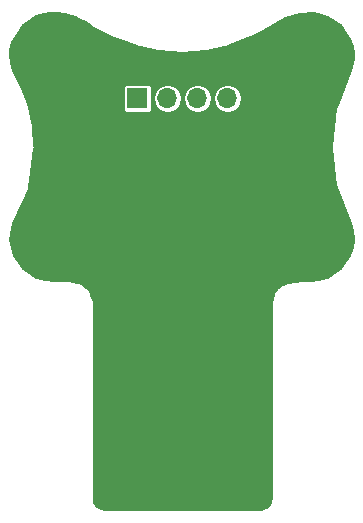
<source format=gbl>
G04 #@! TF.GenerationSoftware,KiCad,Pcbnew,(5.0.0)*
G04 #@! TF.CreationDate,2020-06-17T11:17:21-06:00*
G04 #@! TF.ProjectId,pogoprogB,706F676F70726F67422E6B696361645F,rev?*
G04 #@! TF.SameCoordinates,Original*
G04 #@! TF.FileFunction,Copper,L2,Bot,Signal*
G04 #@! TF.FilePolarity,Positive*
%FSLAX46Y46*%
G04 Gerber Fmt 4.6, Leading zero omitted, Abs format (unit mm)*
G04 Created by KiCad (PCBNEW (5.0.0)) date 06/17/20 11:17:21*
%MOMM*%
%LPD*%
G01*
G04 APERTURE LIST*
G04 #@! TA.AperFunction,ComponentPad*
%ADD10R,1.700000X1.700000*%
G04 #@! TD*
G04 #@! TA.AperFunction,ComponentPad*
%ADD11O,1.700000X1.700000*%
G04 #@! TD*
G04 #@! TA.AperFunction,NonConductor*
%ADD12C,0.254000*%
G04 #@! TD*
G04 APERTURE END LIST*
D10*
G04 #@! TO.P,J2,1*
G04 #@! TO.N,SWCLK*
X157796000Y-122428000D03*
D11*
G04 #@! TO.P,J2,2*
G04 #@! TO.N,SWDIO*
X160336000Y-122428000D03*
G04 #@! TO.P,J2,3*
G04 #@! TO.N,GND*
X162876000Y-122428000D03*
G04 #@! TO.P,J2,4*
G04 #@! TO.N,VDD*
X165416000Y-122428000D03*
G04 #@! TD*
D12*
G36*
X150985604Y-115224037D02*
X151614171Y-115310157D01*
X151903848Y-115378460D01*
X152201757Y-115467605D01*
X152488550Y-115571667D01*
X152770215Y-115692029D01*
X153320913Y-115982934D01*
X153833282Y-116330090D01*
X153848274Y-116341696D01*
X153856361Y-116345727D01*
X153863851Y-116350802D01*
X153881342Y-116358179D01*
X155729352Y-117279355D01*
X155743286Y-117287794D01*
X155754305Y-117291794D01*
X155764806Y-117297028D01*
X155780537Y-117301315D01*
X157543498Y-117941228D01*
X157560407Y-117948675D01*
X157569698Y-117950738D01*
X157578660Y-117953991D01*
X157596951Y-117956790D01*
X159573885Y-118395768D01*
X159593590Y-118401251D01*
X159601128Y-118401818D01*
X159608502Y-118403455D01*
X159628937Y-118403908D01*
X161546903Y-118548066D01*
X161568080Y-118550654D01*
X161574717Y-118550157D01*
X161581357Y-118550656D01*
X161602543Y-118548073D01*
X163552078Y-118402046D01*
X163573538Y-118401421D01*
X163579896Y-118399963D01*
X163586406Y-118399475D01*
X163607102Y-118393722D01*
X165552360Y-117947528D01*
X165572208Y-117944110D01*
X165579532Y-117941295D01*
X165587194Y-117939538D01*
X165605600Y-117931278D01*
X167370910Y-117252901D01*
X167388403Y-117247509D01*
X167396934Y-117242900D01*
X167405995Y-117239418D01*
X167421490Y-117229633D01*
X169211858Y-116262365D01*
X169213441Y-116261857D01*
X169236391Y-116249111D01*
X169259598Y-116236573D01*
X169260885Y-116235507D01*
X170335520Y-115638669D01*
X171482198Y-115294551D01*
X172754594Y-115232421D01*
X173829613Y-115491621D01*
X174958030Y-116232774D01*
X175745620Y-117368397D01*
X175957848Y-118010942D01*
X176040402Y-118684102D01*
X176030598Y-119018056D01*
X175985765Y-119352864D01*
X175906153Y-119681694D01*
X175788449Y-120012422D01*
X174584800Y-123111088D01*
X174579765Y-123116938D01*
X174564436Y-123163512D01*
X174557014Y-123182620D01*
X174555712Y-123190019D01*
X174553358Y-123197172D01*
X174550866Y-123217564D01*
X174542378Y-123265808D01*
X174544050Y-123273337D01*
X174158407Y-126429025D01*
X174155027Y-126435801D01*
X174151589Y-126484818D01*
X174149082Y-126505332D01*
X174149634Y-126512696D01*
X174149117Y-126520060D01*
X174151720Y-126540551D01*
X174155390Y-126589562D01*
X174158803Y-126596324D01*
X174565108Y-129795326D01*
X174563614Y-129802015D01*
X174572191Y-129851097D01*
X174574884Y-129872300D01*
X174577004Y-129878642D01*
X174578154Y-129885220D01*
X174585859Y-129905123D01*
X174601669Y-129952407D01*
X174606168Y-129957585D01*
X175785715Y-133004548D01*
X175984136Y-133670182D01*
X176039491Y-134347376D01*
X175957842Y-135013120D01*
X175745610Y-135655664D01*
X174958011Y-136791283D01*
X173823399Y-137536495D01*
X173130899Y-137741202D01*
X172374134Y-137807340D01*
X171689327Y-137815558D01*
X171681992Y-137814579D01*
X171661405Y-137815893D01*
X171640797Y-137816140D01*
X171633563Y-137817669D01*
X171208598Y-137844787D01*
X171192107Y-137844506D01*
X171180749Y-137846565D01*
X171169239Y-137847299D01*
X171153313Y-137851537D01*
X170502996Y-137969400D01*
X170499391Y-137968712D01*
X170447600Y-137979439D01*
X170423513Y-137983805D01*
X170420182Y-137985119D01*
X170416680Y-137985844D01*
X170394158Y-137995382D01*
X170344936Y-138014794D01*
X170342296Y-138017345D01*
X170026045Y-138151276D01*
X170017932Y-138151790D01*
X169974302Y-138173189D01*
X169955770Y-138181037D01*
X169949211Y-138185495D01*
X169942095Y-138188985D01*
X169926110Y-138201196D01*
X169885911Y-138228518D01*
X169881447Y-138235314D01*
X169725508Y-138354437D01*
X169720521Y-138355953D01*
X169680779Y-138388606D01*
X169662538Y-138402540D01*
X169659183Y-138406349D01*
X169655258Y-138409574D01*
X169640693Y-138427342D01*
X169606709Y-138465926D01*
X169605024Y-138470855D01*
X169489076Y-138612301D01*
X169487277Y-138613296D01*
X169453369Y-138655859D01*
X169436842Y-138676021D01*
X169435897Y-138677792D01*
X169434646Y-138679362D01*
X169422697Y-138702521D01*
X169397067Y-138750537D01*
X169396867Y-138752584D01*
X169303979Y-138932612D01*
X169292430Y-138953508D01*
X169291189Y-138957400D01*
X169289315Y-138961033D01*
X169282714Y-138983992D01*
X169187436Y-139282914D01*
X169180006Y-139302964D01*
X169178960Y-139309507D01*
X169176950Y-139315813D01*
X169174557Y-139337048D01*
X169105531Y-139768831D01*
X169101501Y-139785880D01*
X169101125Y-139796388D01*
X169099467Y-139806761D01*
X169100129Y-139824254D01*
X169075649Y-140508916D01*
X169074651Y-140513932D01*
X169074651Y-140536821D01*
X169073833Y-140559699D01*
X169074651Y-140564748D01*
X169074650Y-156036048D01*
X169074464Y-156037018D01*
X169074650Y-156063883D01*
X169074650Y-156090983D01*
X169074844Y-156091960D01*
X169075694Y-156214710D01*
X169070442Y-156331394D01*
X169055409Y-156465623D01*
X169036614Y-156560829D01*
X168947591Y-156788915D01*
X168834564Y-156935054D01*
X168687205Y-157039945D01*
X168446053Y-157132224D01*
X168238058Y-157171029D01*
X167938510Y-157190128D01*
X155256609Y-157190128D01*
X154957373Y-157170985D01*
X154749695Y-157132101D01*
X154509180Y-157039761D01*
X154361866Y-156934599D01*
X154249004Y-156788445D01*
X154161435Y-156564482D01*
X154129517Y-156370971D01*
X154120428Y-156058900D01*
X154120428Y-140562862D01*
X154121338Y-140557044D01*
X154120428Y-140534961D01*
X154120428Y-140512828D01*
X154119278Y-140507045D01*
X154091769Y-139839502D01*
X154092215Y-139820772D01*
X154090620Y-139811622D01*
X154090238Y-139802346D01*
X154085832Y-139784147D01*
X154007800Y-139336422D01*
X154005113Y-139315222D01*
X154003007Y-139308918D01*
X154001867Y-139302378D01*
X153994170Y-139282470D01*
X153896763Y-138990919D01*
X153890483Y-138969367D01*
X153887912Y-138964428D01*
X153886152Y-138959159D01*
X153875042Y-138939701D01*
X153755524Y-138710073D01*
X153742877Y-138685613D01*
X153742636Y-138685310D01*
X153742462Y-138684977D01*
X153725619Y-138663989D01*
X153576851Y-138477576D01*
X153576030Y-138474918D01*
X153541685Y-138433511D01*
X153525905Y-138413738D01*
X153523837Y-138411993D01*
X153522105Y-138409905D01*
X153502422Y-138393923D01*
X153461350Y-138359265D01*
X153458702Y-138358422D01*
X153311552Y-138238937D01*
X153307207Y-138231890D01*
X153267917Y-138203506D01*
X153252416Y-138190919D01*
X153245281Y-138187153D01*
X153238738Y-138182426D01*
X153220573Y-138174111D01*
X153177716Y-138151490D01*
X153169474Y-138150722D01*
X152837814Y-137998909D01*
X152833211Y-137994374D01*
X152786662Y-137975495D01*
X152766897Y-137966448D01*
X152760772Y-137964995D01*
X152754936Y-137962628D01*
X152733579Y-137958544D01*
X152684711Y-137946951D01*
X152678331Y-137947979D01*
X152044976Y-137826864D01*
X152026287Y-137822092D01*
X152017573Y-137821624D01*
X152009002Y-137819985D01*
X151989717Y-137820128D01*
X151546676Y-137796333D01*
X151537272Y-137794592D01*
X151518818Y-137794837D01*
X151500384Y-137793847D01*
X151490914Y-137795208D01*
X150820188Y-137804115D01*
X149996624Y-137752344D01*
X149241550Y-137535835D01*
X148107933Y-136791271D01*
X147328820Y-135667873D01*
X147032115Y-134323660D01*
X147284096Y-132998340D01*
X148598436Y-130067586D01*
X148607403Y-130057393D01*
X148621381Y-130016423D01*
X148627436Y-130002921D01*
X148630398Y-129989994D01*
X148634677Y-129977451D01*
X148636630Y-129962790D01*
X148646299Y-129920587D01*
X148644036Y-129907200D01*
X149082442Y-126616375D01*
X149083423Y-126614627D01*
X149089880Y-126560543D01*
X149093329Y-126534652D01*
X149093204Y-126532699D01*
X149093436Y-126530755D01*
X149091413Y-126504722D01*
X149087934Y-126450358D01*
X149087050Y-126448558D01*
X148963457Y-124857775D01*
X148963154Y-124838593D01*
X148961297Y-124829970D01*
X148960613Y-124821170D01*
X148955421Y-124802691D01*
X148600522Y-123154945D01*
X148597931Y-123136966D01*
X148594646Y-123127664D01*
X148592571Y-123118030D01*
X148585362Y-123101374D01*
X148048483Y-121581127D01*
X148047647Y-121578000D01*
X156557536Y-121578000D01*
X156557536Y-123278000D01*
X156587106Y-123426659D01*
X156671314Y-123552686D01*
X156797341Y-123636894D01*
X156946000Y-123666464D01*
X158646000Y-123666464D01*
X158794659Y-123636894D01*
X158920686Y-123552686D01*
X159004894Y-123426659D01*
X159034464Y-123278000D01*
X159034464Y-122428000D01*
X159080884Y-122428000D01*
X159176424Y-122908312D01*
X159448499Y-123315501D01*
X159855688Y-123587576D01*
X160214761Y-123659000D01*
X160457239Y-123659000D01*
X160816312Y-123587576D01*
X161223501Y-123315501D01*
X161495576Y-122908312D01*
X161591116Y-122428000D01*
X161620884Y-122428000D01*
X161716424Y-122908312D01*
X161988499Y-123315501D01*
X162395688Y-123587576D01*
X162754761Y-123659000D01*
X162997239Y-123659000D01*
X163356312Y-123587576D01*
X163763501Y-123315501D01*
X164035576Y-122908312D01*
X164131116Y-122428000D01*
X164160884Y-122428000D01*
X164256424Y-122908312D01*
X164528499Y-123315501D01*
X164935688Y-123587576D01*
X165294761Y-123659000D01*
X165537239Y-123659000D01*
X165896312Y-123587576D01*
X166303501Y-123315501D01*
X166575576Y-122908312D01*
X166671116Y-122428000D01*
X166575576Y-121947688D01*
X166303501Y-121540499D01*
X165896312Y-121268424D01*
X165537239Y-121197000D01*
X165294761Y-121197000D01*
X164935688Y-121268424D01*
X164528499Y-121540499D01*
X164256424Y-121947688D01*
X164160884Y-122428000D01*
X164131116Y-122428000D01*
X164035576Y-121947688D01*
X163763501Y-121540499D01*
X163356312Y-121268424D01*
X162997239Y-121197000D01*
X162754761Y-121197000D01*
X162395688Y-121268424D01*
X161988499Y-121540499D01*
X161716424Y-121947688D01*
X161620884Y-122428000D01*
X161591116Y-122428000D01*
X161495576Y-121947688D01*
X161223501Y-121540499D01*
X160816312Y-121268424D01*
X160457239Y-121197000D01*
X160214761Y-121197000D01*
X159855688Y-121268424D01*
X159448499Y-121540499D01*
X159176424Y-121947688D01*
X159080884Y-122428000D01*
X159034464Y-122428000D01*
X159034464Y-121578000D01*
X159004894Y-121429341D01*
X158920686Y-121303314D01*
X158794659Y-121219106D01*
X158646000Y-121189536D01*
X156946000Y-121189536D01*
X156797341Y-121219106D01*
X156671314Y-121303314D01*
X156587106Y-121429341D01*
X156557536Y-121578000D01*
X148047647Y-121578000D01*
X148044115Y-121564807D01*
X148039190Y-121554813D01*
X148035484Y-121544319D01*
X148026867Y-121529806D01*
X147276650Y-120007441D01*
X147081824Y-119353879D01*
X147025891Y-118669666D01*
X147049917Y-118340317D01*
X147109024Y-118002365D01*
X147199998Y-117675644D01*
X147316287Y-117374235D01*
X148107930Y-116232772D01*
X149244846Y-115486039D01*
X149789690Y-115313620D01*
X150399343Y-115223441D01*
X150985604Y-115224037D01*
X150985604Y-115224037D01*
G37*
X150985604Y-115224037D02*
X151614171Y-115310157D01*
X151903848Y-115378460D01*
X152201757Y-115467605D01*
X152488550Y-115571667D01*
X152770215Y-115692029D01*
X153320913Y-115982934D01*
X153833282Y-116330090D01*
X153848274Y-116341696D01*
X153856361Y-116345727D01*
X153863851Y-116350802D01*
X153881342Y-116358179D01*
X155729352Y-117279355D01*
X155743286Y-117287794D01*
X155754305Y-117291794D01*
X155764806Y-117297028D01*
X155780537Y-117301315D01*
X157543498Y-117941228D01*
X157560407Y-117948675D01*
X157569698Y-117950738D01*
X157578660Y-117953991D01*
X157596951Y-117956790D01*
X159573885Y-118395768D01*
X159593590Y-118401251D01*
X159601128Y-118401818D01*
X159608502Y-118403455D01*
X159628937Y-118403908D01*
X161546903Y-118548066D01*
X161568080Y-118550654D01*
X161574717Y-118550157D01*
X161581357Y-118550656D01*
X161602543Y-118548073D01*
X163552078Y-118402046D01*
X163573538Y-118401421D01*
X163579896Y-118399963D01*
X163586406Y-118399475D01*
X163607102Y-118393722D01*
X165552360Y-117947528D01*
X165572208Y-117944110D01*
X165579532Y-117941295D01*
X165587194Y-117939538D01*
X165605600Y-117931278D01*
X167370910Y-117252901D01*
X167388403Y-117247509D01*
X167396934Y-117242900D01*
X167405995Y-117239418D01*
X167421490Y-117229633D01*
X169211858Y-116262365D01*
X169213441Y-116261857D01*
X169236391Y-116249111D01*
X169259598Y-116236573D01*
X169260885Y-116235507D01*
X170335520Y-115638669D01*
X171482198Y-115294551D01*
X172754594Y-115232421D01*
X173829613Y-115491621D01*
X174958030Y-116232774D01*
X175745620Y-117368397D01*
X175957848Y-118010942D01*
X176040402Y-118684102D01*
X176030598Y-119018056D01*
X175985765Y-119352864D01*
X175906153Y-119681694D01*
X175788449Y-120012422D01*
X174584800Y-123111088D01*
X174579765Y-123116938D01*
X174564436Y-123163512D01*
X174557014Y-123182620D01*
X174555712Y-123190019D01*
X174553358Y-123197172D01*
X174550866Y-123217564D01*
X174542378Y-123265808D01*
X174544050Y-123273337D01*
X174158407Y-126429025D01*
X174155027Y-126435801D01*
X174151589Y-126484818D01*
X174149082Y-126505332D01*
X174149634Y-126512696D01*
X174149117Y-126520060D01*
X174151720Y-126540551D01*
X174155390Y-126589562D01*
X174158803Y-126596324D01*
X174565108Y-129795326D01*
X174563614Y-129802015D01*
X174572191Y-129851097D01*
X174574884Y-129872300D01*
X174577004Y-129878642D01*
X174578154Y-129885220D01*
X174585859Y-129905123D01*
X174601669Y-129952407D01*
X174606168Y-129957585D01*
X175785715Y-133004548D01*
X175984136Y-133670182D01*
X176039491Y-134347376D01*
X175957842Y-135013120D01*
X175745610Y-135655664D01*
X174958011Y-136791283D01*
X173823399Y-137536495D01*
X173130899Y-137741202D01*
X172374134Y-137807340D01*
X171689327Y-137815558D01*
X171681992Y-137814579D01*
X171661405Y-137815893D01*
X171640797Y-137816140D01*
X171633563Y-137817669D01*
X171208598Y-137844787D01*
X171192107Y-137844506D01*
X171180749Y-137846565D01*
X171169239Y-137847299D01*
X171153313Y-137851537D01*
X170502996Y-137969400D01*
X170499391Y-137968712D01*
X170447600Y-137979439D01*
X170423513Y-137983805D01*
X170420182Y-137985119D01*
X170416680Y-137985844D01*
X170394158Y-137995382D01*
X170344936Y-138014794D01*
X170342296Y-138017345D01*
X170026045Y-138151276D01*
X170017932Y-138151790D01*
X169974302Y-138173189D01*
X169955770Y-138181037D01*
X169949211Y-138185495D01*
X169942095Y-138188985D01*
X169926110Y-138201196D01*
X169885911Y-138228518D01*
X169881447Y-138235314D01*
X169725508Y-138354437D01*
X169720521Y-138355953D01*
X169680779Y-138388606D01*
X169662538Y-138402540D01*
X169659183Y-138406349D01*
X169655258Y-138409574D01*
X169640693Y-138427342D01*
X169606709Y-138465926D01*
X169605024Y-138470855D01*
X169489076Y-138612301D01*
X169487277Y-138613296D01*
X169453369Y-138655859D01*
X169436842Y-138676021D01*
X169435897Y-138677792D01*
X169434646Y-138679362D01*
X169422697Y-138702521D01*
X169397067Y-138750537D01*
X169396867Y-138752584D01*
X169303979Y-138932612D01*
X169292430Y-138953508D01*
X169291189Y-138957400D01*
X169289315Y-138961033D01*
X169282714Y-138983992D01*
X169187436Y-139282914D01*
X169180006Y-139302964D01*
X169178960Y-139309507D01*
X169176950Y-139315813D01*
X169174557Y-139337048D01*
X169105531Y-139768831D01*
X169101501Y-139785880D01*
X169101125Y-139796388D01*
X169099467Y-139806761D01*
X169100129Y-139824254D01*
X169075649Y-140508916D01*
X169074651Y-140513932D01*
X169074651Y-140536821D01*
X169073833Y-140559699D01*
X169074651Y-140564748D01*
X169074650Y-156036048D01*
X169074464Y-156037018D01*
X169074650Y-156063883D01*
X169074650Y-156090983D01*
X169074844Y-156091960D01*
X169075694Y-156214710D01*
X169070442Y-156331394D01*
X169055409Y-156465623D01*
X169036614Y-156560829D01*
X168947591Y-156788915D01*
X168834564Y-156935054D01*
X168687205Y-157039945D01*
X168446053Y-157132224D01*
X168238058Y-157171029D01*
X167938510Y-157190128D01*
X155256609Y-157190128D01*
X154957373Y-157170985D01*
X154749695Y-157132101D01*
X154509180Y-157039761D01*
X154361866Y-156934599D01*
X154249004Y-156788445D01*
X154161435Y-156564482D01*
X154129517Y-156370971D01*
X154120428Y-156058900D01*
X154120428Y-140562862D01*
X154121338Y-140557044D01*
X154120428Y-140534961D01*
X154120428Y-140512828D01*
X154119278Y-140507045D01*
X154091769Y-139839502D01*
X154092215Y-139820772D01*
X154090620Y-139811622D01*
X154090238Y-139802346D01*
X154085832Y-139784147D01*
X154007800Y-139336422D01*
X154005113Y-139315222D01*
X154003007Y-139308918D01*
X154001867Y-139302378D01*
X153994170Y-139282470D01*
X153896763Y-138990919D01*
X153890483Y-138969367D01*
X153887912Y-138964428D01*
X153886152Y-138959159D01*
X153875042Y-138939701D01*
X153755524Y-138710073D01*
X153742877Y-138685613D01*
X153742636Y-138685310D01*
X153742462Y-138684977D01*
X153725619Y-138663989D01*
X153576851Y-138477576D01*
X153576030Y-138474918D01*
X153541685Y-138433511D01*
X153525905Y-138413738D01*
X153523837Y-138411993D01*
X153522105Y-138409905D01*
X153502422Y-138393923D01*
X153461350Y-138359265D01*
X153458702Y-138358422D01*
X153311552Y-138238937D01*
X153307207Y-138231890D01*
X153267917Y-138203506D01*
X153252416Y-138190919D01*
X153245281Y-138187153D01*
X153238738Y-138182426D01*
X153220573Y-138174111D01*
X153177716Y-138151490D01*
X153169474Y-138150722D01*
X152837814Y-137998909D01*
X152833211Y-137994374D01*
X152786662Y-137975495D01*
X152766897Y-137966448D01*
X152760772Y-137964995D01*
X152754936Y-137962628D01*
X152733579Y-137958544D01*
X152684711Y-137946951D01*
X152678331Y-137947979D01*
X152044976Y-137826864D01*
X152026287Y-137822092D01*
X152017573Y-137821624D01*
X152009002Y-137819985D01*
X151989717Y-137820128D01*
X151546676Y-137796333D01*
X151537272Y-137794592D01*
X151518818Y-137794837D01*
X151500384Y-137793847D01*
X151490914Y-137795208D01*
X150820188Y-137804115D01*
X149996624Y-137752344D01*
X149241550Y-137535835D01*
X148107933Y-136791271D01*
X147328820Y-135667873D01*
X147032115Y-134323660D01*
X147284096Y-132998340D01*
X148598436Y-130067586D01*
X148607403Y-130057393D01*
X148621381Y-130016423D01*
X148627436Y-130002921D01*
X148630398Y-129989994D01*
X148634677Y-129977451D01*
X148636630Y-129962790D01*
X148646299Y-129920587D01*
X148644036Y-129907200D01*
X149082442Y-126616375D01*
X149083423Y-126614627D01*
X149089880Y-126560543D01*
X149093329Y-126534652D01*
X149093204Y-126532699D01*
X149093436Y-126530755D01*
X149091413Y-126504722D01*
X149087934Y-126450358D01*
X149087050Y-126448558D01*
X148963457Y-124857775D01*
X148963154Y-124838593D01*
X148961297Y-124829970D01*
X148960613Y-124821170D01*
X148955421Y-124802691D01*
X148600522Y-123154945D01*
X148597931Y-123136966D01*
X148594646Y-123127664D01*
X148592571Y-123118030D01*
X148585362Y-123101374D01*
X148048483Y-121581127D01*
X148047647Y-121578000D01*
X156557536Y-121578000D01*
X156557536Y-123278000D01*
X156587106Y-123426659D01*
X156671314Y-123552686D01*
X156797341Y-123636894D01*
X156946000Y-123666464D01*
X158646000Y-123666464D01*
X158794659Y-123636894D01*
X158920686Y-123552686D01*
X159004894Y-123426659D01*
X159034464Y-123278000D01*
X159034464Y-122428000D01*
X159080884Y-122428000D01*
X159176424Y-122908312D01*
X159448499Y-123315501D01*
X159855688Y-123587576D01*
X160214761Y-123659000D01*
X160457239Y-123659000D01*
X160816312Y-123587576D01*
X161223501Y-123315501D01*
X161495576Y-122908312D01*
X161591116Y-122428000D01*
X161620884Y-122428000D01*
X161716424Y-122908312D01*
X161988499Y-123315501D01*
X162395688Y-123587576D01*
X162754761Y-123659000D01*
X162997239Y-123659000D01*
X163356312Y-123587576D01*
X163763501Y-123315501D01*
X164035576Y-122908312D01*
X164131116Y-122428000D01*
X164160884Y-122428000D01*
X164256424Y-122908312D01*
X164528499Y-123315501D01*
X164935688Y-123587576D01*
X165294761Y-123659000D01*
X165537239Y-123659000D01*
X165896312Y-123587576D01*
X166303501Y-123315501D01*
X166575576Y-122908312D01*
X166671116Y-122428000D01*
X166575576Y-121947688D01*
X166303501Y-121540499D01*
X165896312Y-121268424D01*
X165537239Y-121197000D01*
X165294761Y-121197000D01*
X164935688Y-121268424D01*
X164528499Y-121540499D01*
X164256424Y-121947688D01*
X164160884Y-122428000D01*
X164131116Y-122428000D01*
X164035576Y-121947688D01*
X163763501Y-121540499D01*
X163356312Y-121268424D01*
X162997239Y-121197000D01*
X162754761Y-121197000D01*
X162395688Y-121268424D01*
X161988499Y-121540499D01*
X161716424Y-121947688D01*
X161620884Y-122428000D01*
X161591116Y-122428000D01*
X161495576Y-121947688D01*
X161223501Y-121540499D01*
X160816312Y-121268424D01*
X160457239Y-121197000D01*
X160214761Y-121197000D01*
X159855688Y-121268424D01*
X159448499Y-121540499D01*
X159176424Y-121947688D01*
X159080884Y-122428000D01*
X159034464Y-122428000D01*
X159034464Y-121578000D01*
X159004894Y-121429341D01*
X158920686Y-121303314D01*
X158794659Y-121219106D01*
X158646000Y-121189536D01*
X156946000Y-121189536D01*
X156797341Y-121219106D01*
X156671314Y-121303314D01*
X156587106Y-121429341D01*
X156557536Y-121578000D01*
X148047647Y-121578000D01*
X148044115Y-121564807D01*
X148039190Y-121554813D01*
X148035484Y-121544319D01*
X148026867Y-121529806D01*
X147276650Y-120007441D01*
X147081824Y-119353879D01*
X147025891Y-118669666D01*
X147049917Y-118340317D01*
X147109024Y-118002365D01*
X147199998Y-117675644D01*
X147316287Y-117374235D01*
X148107930Y-116232772D01*
X149244846Y-115486039D01*
X149789690Y-115313620D01*
X150399343Y-115223441D01*
X150985604Y-115224037D01*
M02*

</source>
